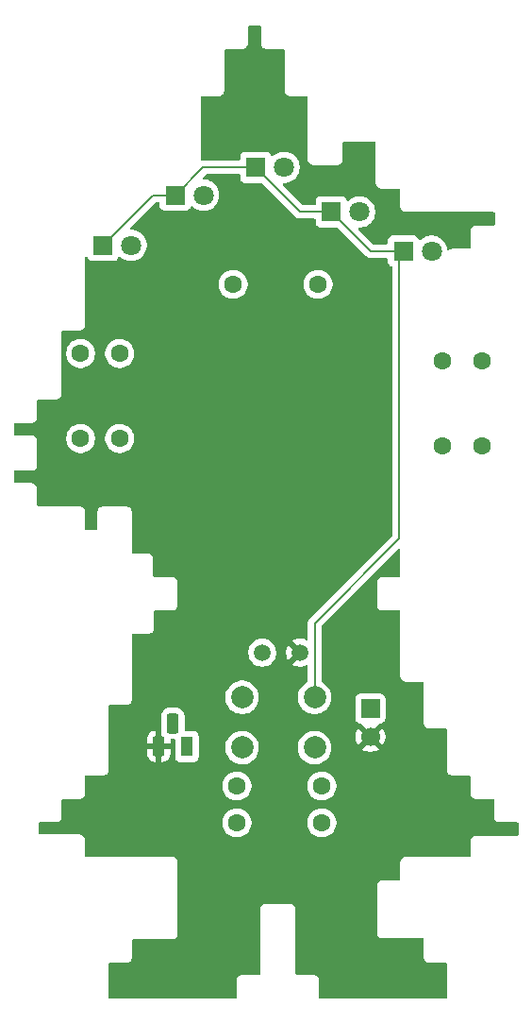
<source format=gtl>
G04 #@! TF.GenerationSoftware,KiCad,Pcbnew,9.0.2*
G04 #@! TF.CreationDate,2025-06-14T15:29:11+03:00*
G04 #@! TF.ProjectId,glowsei,676c6f77-7365-4692-9e6b-696361645f70,rev?*
G04 #@! TF.SameCoordinates,Original*
G04 #@! TF.FileFunction,Copper,L1,Top*
G04 #@! TF.FilePolarity,Positive*
%FSLAX46Y46*%
G04 Gerber Fmt 4.6, Leading zero omitted, Abs format (unit mm)*
G04 Created by KiCad (PCBNEW 9.0.2) date 2025-06-14 15:29:11*
%MOMM*%
%LPD*%
G01*
G04 APERTURE LIST*
G04 Aperture macros list*
%AMRoundRect*
0 Rectangle with rounded corners*
0 $1 Rounding radius*
0 $2 $3 $4 $5 $6 $7 $8 $9 X,Y pos of 4 corners*
0 Add a 4 corners polygon primitive as box body*
4,1,4,$2,$3,$4,$5,$6,$7,$8,$9,$2,$3,0*
0 Add four circle primitives for the rounded corners*
1,1,$1+$1,$2,$3*
1,1,$1+$1,$4,$5*
1,1,$1+$1,$6,$7*
1,1,$1+$1,$8,$9*
0 Add four rect primitives between the rounded corners*
20,1,$1+$1,$2,$3,$4,$5,0*
20,1,$1+$1,$4,$5,$6,$7,0*
20,1,$1+$1,$6,$7,$8,$9,0*
20,1,$1+$1,$8,$9,$2,$3,0*%
G04 Aperture macros list end*
G04 #@! TA.AperFunction,ComponentPad*
%ADD10R,1.800000X1.800000*%
G04 #@! TD*
G04 #@! TA.AperFunction,ComponentPad*
%ADD11C,1.800000*%
G04 #@! TD*
G04 #@! TA.AperFunction,ComponentPad*
%ADD12C,2.000000*%
G04 #@! TD*
G04 #@! TA.AperFunction,ComponentPad*
%ADD13C,1.500000*%
G04 #@! TD*
G04 #@! TA.AperFunction,ComponentPad*
%ADD14C,1.600000*%
G04 #@! TD*
G04 #@! TA.AperFunction,ComponentPad*
%ADD15R,1.100000X1.800000*%
G04 #@! TD*
G04 #@! TA.AperFunction,ComponentPad*
%ADD16RoundRect,0.275000X0.275000X0.625000X-0.275000X0.625000X-0.275000X-0.625000X0.275000X-0.625000X0*%
G04 #@! TD*
G04 #@! TA.AperFunction,ComponentPad*
%ADD17R,1.700000X1.700000*%
G04 #@! TD*
G04 #@! TA.AperFunction,ComponentPad*
%ADD18C,1.700000*%
G04 #@! TD*
G04 #@! TA.AperFunction,ViaPad*
%ADD19C,5.500000*%
G04 #@! TD*
G04 #@! TA.AperFunction,ViaPad*
%ADD20C,0.600000*%
G04 #@! TD*
G04 #@! TA.AperFunction,Conductor*
%ADD21C,0.200000*%
G04 #@! TD*
G04 APERTURE END LIST*
D10*
G04 #@! TO.P,D3,1,K*
G04 #@! TO.N,Net-(D1-K)*
X150725000Y-65500000D03*
D11*
G04 #@! TO.P,D3,2,A*
G04 #@! TO.N,Net-(D3-A)*
X153265000Y-65500000D03*
G04 #@! TD*
D12*
G04 #@! TO.P,SW1,1,1*
G04 #@! TO.N,Net-(D1-K)*
X149500000Y-113000000D03*
X156000000Y-113000000D03*
G04 #@! TO.P,SW1,2,2*
G04 #@! TO.N,Net-(M1-+)*
X149500000Y-117500000D03*
X156000000Y-117500000D03*
G04 #@! TD*
D10*
G04 #@! TO.P,D2,1,K*
G04 #@! TO.N,Net-(D1-K)*
X143500000Y-68000000D03*
D11*
G04 #@! TO.P,D2,2,A*
G04 #@! TO.N,Net-(D2-A)*
X146040000Y-68000000D03*
G04 #@! TD*
D13*
G04 #@! TO.P,R2,1*
G04 #@! TO.N,Net-(Q1-B)*
X151300000Y-109000000D03*
G04 #@! TO.P,R2,2*
G04 #@! TO.N,GND*
X154700000Y-109000000D03*
G04 #@! TD*
D10*
G04 #@! TO.P,D5,1,K*
G04 #@! TO.N,Net-(D1-K)*
X163960000Y-73000000D03*
D11*
G04 #@! TO.P,D5,2,A*
G04 #@! TO.N,Net-(D5-A)*
X166500000Y-73000000D03*
G04 #@! TD*
D10*
G04 #@! TO.P,D1,1,K*
G04 #@! TO.N,Net-(D1-K)*
X137000000Y-72500000D03*
D11*
G04 #@! TO.P,D1,2,A*
G04 #@! TO.N,Net-(D1-A)*
X139540000Y-72500000D03*
G04 #@! TD*
D10*
G04 #@! TO.P,D4,1,K*
G04 #@! TO.N,Net-(D1-K)*
X157500000Y-69500000D03*
D11*
G04 #@! TO.P,D4,2,A*
G04 #@! TO.N,Net-(D4-A)*
X160040000Y-69500000D03*
G04 #@! TD*
D14*
G04 #@! TO.P,R8,1*
G04 #@! TO.N,+3V3*
X171000000Y-90500000D03*
G04 #@! TO.P,R8,2*
G04 #@! TO.N,Net-(D5-A)*
X171000000Y-82880000D03*
G04 #@! TD*
G04 #@! TO.P,R3,1*
G04 #@! TO.N,Net-(Q1-B)*
X156650000Y-124250000D03*
G04 #@! TO.P,R3,2*
G04 #@! TO.N,+3V3*
X149030000Y-124250000D03*
G04 #@! TD*
G04 #@! TO.P,R4,1*
G04 #@! TO.N,Net-(Q1-B)*
X156650000Y-120950000D03*
G04 #@! TO.P,R4,2*
G04 #@! TO.N,+3V3*
X149030000Y-120950000D03*
G04 #@! TD*
G04 #@! TO.P,R7,1*
G04 #@! TO.N,+3V3*
X167500000Y-90500000D03*
G04 #@! TO.P,R7,2*
G04 #@! TO.N,Net-(D4-A)*
X167500000Y-82880000D03*
G04 #@! TD*
G04 #@! TO.P,R6,1*
G04 #@! TO.N,+3V3*
X148690000Y-76000000D03*
G04 #@! TO.P,R6,2*
G04 #@! TO.N,Net-(D3-A)*
X156310000Y-76000000D03*
G04 #@! TD*
G04 #@! TO.P,R5,1*
G04 #@! TO.N,+3V3*
X138500000Y-89810000D03*
G04 #@! TO.P,R5,2*
G04 #@! TO.N,Net-(D2-A)*
X138500000Y-82190000D03*
G04 #@! TD*
G04 #@! TO.P,R1,1*
G04 #@! TO.N,+3V3*
X135000000Y-89810000D03*
G04 #@! TO.P,R1,2*
G04 #@! TO.N,Net-(D1-A)*
X135000000Y-82190000D03*
G04 #@! TD*
D15*
G04 #@! TO.P,Q1,1,C*
G04 #@! TO.N,Net-(D1-K)*
X144540000Y-117400000D03*
D16*
G04 #@! TO.P,Q1,2,B*
G04 #@! TO.N,Net-(Q1-B)*
X143270000Y-115330000D03*
G04 #@! TO.P,Q1,3,E*
G04 #@! TO.N,GND*
X142000000Y-117400000D03*
G04 #@! TD*
D17*
G04 #@! TO.P,M1,1,+*
G04 #@! TO.N,Net-(M1-+)*
X161000000Y-114000000D03*
D18*
G04 #@! TO.P,M1,2,-*
G04 #@! TO.N,GND*
X161000000Y-116540000D03*
G04 #@! TD*
D19*
G04 #@! TO.N,GND*
X150600000Y-59250000D03*
D20*
X151500000Y-71500000D03*
X152500000Y-101500000D03*
X137500000Y-92500000D03*
X156000000Y-73000000D03*
X150000000Y-72500000D03*
G04 #@! TD*
D21*
G04 #@! TO.N,Net-(D1-K)*
X143500000Y-68000000D02*
X141500000Y-68000000D01*
X154725000Y-69500000D02*
X150725000Y-65500000D01*
X156000000Y-113000000D02*
X156000000Y-106367050D01*
X163599000Y-98768050D02*
X163599000Y-73361000D01*
X163960000Y-73000000D02*
X161000000Y-73000000D01*
X141500000Y-68000000D02*
X137000000Y-72500000D01*
X163599000Y-73361000D02*
X163960000Y-73000000D01*
X161000000Y-73000000D02*
X157500000Y-69500000D01*
X156000000Y-106367050D02*
X163599000Y-98768050D01*
X146000000Y-65500000D02*
X143500000Y-68000000D01*
X150725000Y-65500000D02*
X146000000Y-65500000D01*
X157500000Y-69500000D02*
X154725000Y-69500000D01*
G04 #@! TD*
G04 #@! TA.AperFunction,Conductor*
G04 #@! TO.N,GND*
G36*
X149267540Y-66120185D02*
G01*
X149313295Y-66172989D01*
X149324501Y-66224500D01*
X149324501Y-66447876D01*
X149330908Y-66507483D01*
X149381202Y-66642328D01*
X149381206Y-66642335D01*
X149467452Y-66757544D01*
X149467455Y-66757547D01*
X149582664Y-66843793D01*
X149582671Y-66843797D01*
X149717517Y-66894091D01*
X149717516Y-66894091D01*
X149724444Y-66894835D01*
X149777127Y-66900500D01*
X151224902Y-66900499D01*
X151291941Y-66920184D01*
X151312583Y-66936818D01*
X154240139Y-69864374D01*
X154240149Y-69864385D01*
X154244479Y-69868715D01*
X154244480Y-69868716D01*
X154356284Y-69980520D01*
X154443095Y-70030639D01*
X154443097Y-70030641D01*
X154493213Y-70059576D01*
X154493215Y-70059577D01*
X154645942Y-70100500D01*
X154645943Y-70100500D01*
X155975501Y-70100500D01*
X156042540Y-70120185D01*
X156088295Y-70172989D01*
X156099501Y-70224500D01*
X156099501Y-70447876D01*
X156105908Y-70507483D01*
X156156202Y-70642328D01*
X156156206Y-70642335D01*
X156242452Y-70757544D01*
X156242455Y-70757547D01*
X156357664Y-70843793D01*
X156357671Y-70843797D01*
X156492517Y-70894091D01*
X156492516Y-70894091D01*
X156499444Y-70894835D01*
X156552127Y-70900500D01*
X157999902Y-70900499D01*
X158066941Y-70920184D01*
X158087583Y-70936818D01*
X160515139Y-73364374D01*
X160515149Y-73364385D01*
X160519479Y-73368715D01*
X160519480Y-73368716D01*
X160631284Y-73480520D01*
X160631286Y-73480521D01*
X160631290Y-73480524D01*
X160752208Y-73550335D01*
X160768216Y-73559577D01*
X160880019Y-73589534D01*
X160920942Y-73600500D01*
X160920943Y-73600500D01*
X162435501Y-73600500D01*
X162502540Y-73620185D01*
X162548295Y-73672989D01*
X162559501Y-73724500D01*
X162559501Y-73947876D01*
X162565908Y-74007483D01*
X162616202Y-74142328D01*
X162616206Y-74142335D01*
X162702452Y-74257544D01*
X162702455Y-74257547D01*
X162817664Y-74343793D01*
X162817673Y-74343798D01*
X162877239Y-74366014D01*
X162917832Y-74381154D01*
X162973766Y-74423024D01*
X162998184Y-74488488D01*
X162998500Y-74497336D01*
X162998500Y-98467952D01*
X162978815Y-98534991D01*
X162962181Y-98555633D01*
X155519481Y-105998332D01*
X155519479Y-105998335D01*
X155469361Y-106085144D01*
X155469359Y-106085146D01*
X155440425Y-106135259D01*
X155440424Y-106135260D01*
X155440423Y-106135265D01*
X155399499Y-106287993D01*
X155399499Y-106287995D01*
X155399499Y-106456096D01*
X155399500Y-106456109D01*
X155399500Y-107751155D01*
X155379815Y-107818194D01*
X155327011Y-107863949D01*
X155257853Y-107873893D01*
X155219207Y-107861641D01*
X155179836Y-107841581D01*
X154992705Y-107780778D01*
X154798382Y-107750000D01*
X154601618Y-107750000D01*
X154407294Y-107780778D01*
X154220161Y-107841582D01*
X154044863Y-107930899D01*
X154044859Y-107930902D01*
X154009873Y-107956320D01*
X154009872Y-107956320D01*
X154653553Y-108600000D01*
X154647339Y-108600000D01*
X154545606Y-108627259D01*
X154454394Y-108679920D01*
X154379920Y-108754394D01*
X154327259Y-108845606D01*
X154300000Y-108947339D01*
X154300000Y-108953552D01*
X153656320Y-108309872D01*
X153656320Y-108309873D01*
X153630902Y-108344859D01*
X153630899Y-108344863D01*
X153541582Y-108520161D01*
X153480778Y-108707294D01*
X153450000Y-108901617D01*
X153450000Y-109098382D01*
X153480778Y-109292705D01*
X153541581Y-109479835D01*
X153630905Y-109655145D01*
X153656319Y-109690125D01*
X153656320Y-109690125D01*
X154300000Y-109046445D01*
X154300000Y-109052661D01*
X154327259Y-109154394D01*
X154379920Y-109245606D01*
X154454394Y-109320080D01*
X154545606Y-109372741D01*
X154647339Y-109400000D01*
X154653552Y-109400000D01*
X154009873Y-110043677D01*
X154009873Y-110043678D01*
X154044858Y-110069096D01*
X154220164Y-110158418D01*
X154407294Y-110219221D01*
X154601618Y-110250000D01*
X154798382Y-110250000D01*
X154992705Y-110219221D01*
X155179835Y-110158418D01*
X155219205Y-110138359D01*
X155287874Y-110125463D01*
X155352615Y-110151739D01*
X155392872Y-110208846D01*
X155399500Y-110248844D01*
X155399500Y-111545931D01*
X155379815Y-111612970D01*
X155331796Y-111656415D01*
X155213568Y-111716655D01*
X155079896Y-111813774D01*
X155022490Y-111855483D01*
X155022488Y-111855485D01*
X155022487Y-111855485D01*
X154855485Y-112022487D01*
X154855485Y-112022488D01*
X154855483Y-112022490D01*
X154795862Y-112104550D01*
X154716657Y-112213566D01*
X154609433Y-112424003D01*
X154536446Y-112648631D01*
X154499500Y-112881902D01*
X154499500Y-113118097D01*
X154536446Y-113351368D01*
X154609433Y-113575996D01*
X154701895Y-113757461D01*
X154716657Y-113786433D01*
X154855483Y-113977510D01*
X155022490Y-114144517D01*
X155213567Y-114283343D01*
X155312991Y-114334002D01*
X155424003Y-114390566D01*
X155424005Y-114390566D01*
X155424008Y-114390568D01*
X155544412Y-114429689D01*
X155648631Y-114463553D01*
X155881903Y-114500500D01*
X155881908Y-114500500D01*
X156118097Y-114500500D01*
X156351368Y-114463553D01*
X156575992Y-114390568D01*
X156786433Y-114283343D01*
X156977510Y-114144517D01*
X157144517Y-113977510D01*
X157283343Y-113786433D01*
X157390568Y-113575992D01*
X157463553Y-113351368D01*
X157477091Y-113265891D01*
X157500500Y-113118097D01*
X157500500Y-113102135D01*
X159649500Y-113102135D01*
X159649500Y-114897870D01*
X159649501Y-114897876D01*
X159655908Y-114957483D01*
X159706202Y-115092328D01*
X159706206Y-115092335D01*
X159792452Y-115207544D01*
X159792455Y-115207547D01*
X159907664Y-115293793D01*
X159907671Y-115293797D01*
X159952618Y-115310561D01*
X160042517Y-115344091D01*
X160102127Y-115350500D01*
X160112685Y-115350499D01*
X160179723Y-115370179D01*
X160200372Y-115386818D01*
X160870591Y-116057037D01*
X160807007Y-116074075D01*
X160692993Y-116139901D01*
X160599901Y-116232993D01*
X160534075Y-116347007D01*
X160517037Y-116410591D01*
X159884728Y-115778282D01*
X159884727Y-115778282D01*
X159845380Y-115832439D01*
X159748904Y-116021782D01*
X159683242Y-116223869D01*
X159683242Y-116223872D01*
X159650000Y-116433753D01*
X159650000Y-116646246D01*
X159683242Y-116856127D01*
X159683242Y-116856130D01*
X159748904Y-117058217D01*
X159845375Y-117247550D01*
X159884728Y-117301716D01*
X160517036Y-116669407D01*
X160534075Y-116732993D01*
X160599901Y-116847007D01*
X160692993Y-116940099D01*
X160807007Y-117005925D01*
X160870590Y-117022962D01*
X160238282Y-117655269D01*
X160238282Y-117655270D01*
X160292449Y-117694624D01*
X160481782Y-117791095D01*
X160683870Y-117856757D01*
X160893754Y-117890000D01*
X161106246Y-117890000D01*
X161316127Y-117856757D01*
X161316130Y-117856757D01*
X161518217Y-117791095D01*
X161707554Y-117694622D01*
X161761716Y-117655270D01*
X161761717Y-117655270D01*
X161129408Y-117022962D01*
X161192993Y-117005925D01*
X161307007Y-116940099D01*
X161400099Y-116847007D01*
X161465925Y-116732993D01*
X161482962Y-116669408D01*
X162115270Y-117301717D01*
X162115270Y-117301716D01*
X162154622Y-117247554D01*
X162251095Y-117058217D01*
X162316757Y-116856130D01*
X162316757Y-116856127D01*
X162350000Y-116646246D01*
X162350000Y-116433753D01*
X162316757Y-116223872D01*
X162316757Y-116223869D01*
X162251095Y-116021782D01*
X162154624Y-115832449D01*
X162115270Y-115778282D01*
X162115269Y-115778282D01*
X161482962Y-116410590D01*
X161465925Y-116347007D01*
X161400099Y-116232993D01*
X161307007Y-116139901D01*
X161192993Y-116074075D01*
X161129409Y-116057037D01*
X161799627Y-115386818D01*
X161860950Y-115353333D01*
X161887307Y-115350499D01*
X161897872Y-115350499D01*
X161957483Y-115344091D01*
X162092331Y-115293796D01*
X162207546Y-115207546D01*
X162293796Y-115092331D01*
X162344091Y-114957483D01*
X162350500Y-114897873D01*
X162350499Y-113102128D01*
X162344091Y-113042517D01*
X162293796Y-112907669D01*
X162293795Y-112907668D01*
X162293793Y-112907664D01*
X162207547Y-112792455D01*
X162207544Y-112792452D01*
X162092335Y-112706206D01*
X162092328Y-112706202D01*
X161957482Y-112655908D01*
X161957483Y-112655908D01*
X161897883Y-112649501D01*
X161897881Y-112649500D01*
X161897873Y-112649500D01*
X161897864Y-112649500D01*
X160102129Y-112649500D01*
X160102123Y-112649501D01*
X160042516Y-112655908D01*
X159907671Y-112706202D01*
X159907664Y-112706206D01*
X159792455Y-112792452D01*
X159792452Y-112792455D01*
X159706206Y-112907664D01*
X159706202Y-112907671D01*
X159655908Y-113042517D01*
X159649501Y-113102116D01*
X159649501Y-113102123D01*
X159649500Y-113102135D01*
X157500500Y-113102135D01*
X157500500Y-112881902D01*
X157463553Y-112648631D01*
X157390566Y-112424003D01*
X157283342Y-112213566D01*
X157144517Y-112022490D01*
X156977510Y-111855483D01*
X156881971Y-111786070D01*
X156786431Y-111716655D01*
X156668204Y-111656415D01*
X156617409Y-111608441D01*
X156600500Y-111545931D01*
X156600500Y-106667147D01*
X156620185Y-106600108D01*
X156636819Y-106579466D01*
X163487819Y-99728466D01*
X163549142Y-99694981D01*
X163618834Y-99699965D01*
X163674767Y-99741837D01*
X163699184Y-99807301D01*
X163699500Y-99816147D01*
X163699500Y-102075500D01*
X163679815Y-102142539D01*
X163627011Y-102188294D01*
X163575500Y-102199500D01*
X162034108Y-102199500D01*
X161906812Y-102233608D01*
X161792686Y-102299500D01*
X161792683Y-102299502D01*
X161699502Y-102392683D01*
X161699500Y-102392686D01*
X161633608Y-102506812D01*
X161599500Y-102634108D01*
X161599500Y-104765891D01*
X161633608Y-104893187D01*
X161666554Y-104950250D01*
X161699500Y-105007314D01*
X161792686Y-105100500D01*
X161906814Y-105166392D01*
X162034108Y-105200500D01*
X162165892Y-105200500D01*
X163575500Y-105200500D01*
X163642539Y-105220185D01*
X163688294Y-105272989D01*
X163699500Y-105324500D01*
X163699500Y-111165891D01*
X163733608Y-111293187D01*
X163766554Y-111350250D01*
X163799500Y-111407314D01*
X163892686Y-111500500D01*
X164006814Y-111566392D01*
X164134108Y-111600500D01*
X165675500Y-111600500D01*
X165742539Y-111620185D01*
X165788294Y-111672989D01*
X165799500Y-111724500D01*
X165799500Y-115365891D01*
X165833608Y-115493187D01*
X165866554Y-115550250D01*
X165899500Y-115607314D01*
X165992686Y-115700500D01*
X166106814Y-115766392D01*
X166234108Y-115800500D01*
X166365892Y-115800500D01*
X167775500Y-115800500D01*
X167842539Y-115820185D01*
X167888294Y-115872989D01*
X167899500Y-115924500D01*
X167899500Y-119565891D01*
X167933608Y-119693187D01*
X167963396Y-119744780D01*
X167999500Y-119807314D01*
X168092686Y-119900500D01*
X168206814Y-119966392D01*
X168334108Y-120000500D01*
X168465892Y-120000500D01*
X169875500Y-120000500D01*
X169942539Y-120020185D01*
X169988294Y-120072989D01*
X169999500Y-120124500D01*
X169999500Y-121665891D01*
X170033608Y-121793187D01*
X170035936Y-121797219D01*
X170099500Y-121907314D01*
X170192686Y-122000500D01*
X170306814Y-122066392D01*
X170434108Y-122100500D01*
X171975500Y-122100500D01*
X172042539Y-122120185D01*
X172088294Y-122172989D01*
X172099500Y-122224500D01*
X172099500Y-123765891D01*
X172133608Y-123893187D01*
X172163791Y-123945465D01*
X172199500Y-124007314D01*
X172292686Y-124100500D01*
X172406814Y-124166392D01*
X172534108Y-124200500D01*
X172665892Y-124200500D01*
X174175500Y-124200500D01*
X174242539Y-124220185D01*
X174288294Y-124272989D01*
X174299500Y-124324500D01*
X174299500Y-125275500D01*
X174279815Y-125342539D01*
X174227011Y-125388294D01*
X174175500Y-125399500D01*
X170434108Y-125399500D01*
X170306812Y-125433608D01*
X170192686Y-125499500D01*
X170192683Y-125499502D01*
X170099502Y-125592683D01*
X170099500Y-125592686D01*
X170033608Y-125706812D01*
X169999500Y-125834108D01*
X169999500Y-127175500D01*
X169979815Y-127242539D01*
X169927011Y-127288294D01*
X169875500Y-127299500D01*
X164134108Y-127299500D01*
X164006812Y-127333608D01*
X163892686Y-127399500D01*
X163892683Y-127399502D01*
X163799502Y-127492683D01*
X163799500Y-127492686D01*
X163733608Y-127606812D01*
X163699500Y-127734108D01*
X163699500Y-129275500D01*
X163679815Y-129342539D01*
X163627011Y-129388294D01*
X163575500Y-129399500D01*
X162034108Y-129399500D01*
X161906812Y-129433608D01*
X161792686Y-129499500D01*
X161792683Y-129499502D01*
X161699502Y-129592683D01*
X161699500Y-129592686D01*
X161633608Y-129706812D01*
X161599500Y-129834108D01*
X161599500Y-134165891D01*
X161633608Y-134293187D01*
X161666554Y-134350250D01*
X161699500Y-134407314D01*
X161792686Y-134500500D01*
X161906814Y-134566392D01*
X162034108Y-134600500D01*
X162165892Y-134600500D01*
X165675500Y-134600500D01*
X165742539Y-134620185D01*
X165788294Y-134672989D01*
X165799500Y-134724500D01*
X165799500Y-136365891D01*
X165833608Y-136493187D01*
X165866554Y-136550250D01*
X165899500Y-136607314D01*
X165992686Y-136700500D01*
X166106814Y-136766392D01*
X166234108Y-136800500D01*
X166365892Y-136800500D01*
X167775500Y-136800500D01*
X167842539Y-136820185D01*
X167888294Y-136872989D01*
X167899500Y-136924500D01*
X167899500Y-139875500D01*
X167879815Y-139942539D01*
X167827011Y-139988294D01*
X167775500Y-139999500D01*
X156524500Y-139999500D01*
X156457461Y-139979815D01*
X156411706Y-139927011D01*
X156400500Y-139875500D01*
X156400500Y-138334110D01*
X156400500Y-138334108D01*
X156366392Y-138206814D01*
X156300500Y-138092686D01*
X156207314Y-137999500D01*
X156150250Y-137966554D01*
X156093187Y-137933608D01*
X156029539Y-137916554D01*
X155965892Y-137899500D01*
X155965891Y-137899500D01*
X154424500Y-137899500D01*
X154357461Y-137879815D01*
X154311706Y-137827011D01*
X154300500Y-137775500D01*
X154300500Y-131934110D01*
X154300500Y-131934108D01*
X154266392Y-131806814D01*
X154200500Y-131692686D01*
X154107314Y-131599500D01*
X154050250Y-131566554D01*
X153993187Y-131533608D01*
X153929539Y-131516554D01*
X153865892Y-131499500D01*
X151665892Y-131499500D01*
X151534108Y-131499500D01*
X151406812Y-131533608D01*
X151292686Y-131599500D01*
X151292683Y-131599502D01*
X151199502Y-131692683D01*
X151199500Y-131692686D01*
X151133608Y-131806812D01*
X151099500Y-131934108D01*
X151099500Y-137775500D01*
X151079815Y-137842539D01*
X151027011Y-137888294D01*
X150975500Y-137899500D01*
X149434108Y-137899500D01*
X149306812Y-137933608D01*
X149192686Y-137999500D01*
X149192683Y-137999502D01*
X149099502Y-138092683D01*
X149099500Y-138092686D01*
X149033608Y-138206812D01*
X148999500Y-138334108D01*
X148999500Y-139875500D01*
X148979815Y-139942539D01*
X148927011Y-139988294D01*
X148875500Y-139999500D01*
X137624500Y-139999500D01*
X137557461Y-139979815D01*
X137511706Y-139927011D01*
X137500500Y-139875500D01*
X137500500Y-136924500D01*
X137520185Y-136857461D01*
X137572989Y-136811706D01*
X137624500Y-136800500D01*
X139165890Y-136800500D01*
X139165892Y-136800500D01*
X139293186Y-136766392D01*
X139407314Y-136700500D01*
X139500500Y-136607314D01*
X139566392Y-136493186D01*
X139600500Y-136365892D01*
X139600500Y-134824500D01*
X139620185Y-134757461D01*
X139672989Y-134711706D01*
X139724500Y-134700500D01*
X143265890Y-134700500D01*
X143265892Y-134700500D01*
X143393186Y-134666392D01*
X143507314Y-134600500D01*
X143600500Y-134507314D01*
X143666392Y-134393186D01*
X143700500Y-134265892D01*
X143700500Y-127734108D01*
X143666392Y-127606814D01*
X143600500Y-127492686D01*
X143507314Y-127399500D01*
X143450250Y-127366554D01*
X143393187Y-127333608D01*
X143329539Y-127316554D01*
X143265892Y-127299500D01*
X143265891Y-127299500D01*
X135524500Y-127299500D01*
X135457461Y-127279815D01*
X135411706Y-127227011D01*
X135400500Y-127175500D01*
X135400500Y-125734110D01*
X135400500Y-125734108D01*
X135366392Y-125606814D01*
X135300500Y-125492686D01*
X135207314Y-125399500D01*
X135142854Y-125362284D01*
X135093187Y-125333608D01*
X135029539Y-125316554D01*
X134965892Y-125299500D01*
X134965891Y-125299500D01*
X131324500Y-125299500D01*
X131257461Y-125279815D01*
X131211706Y-125227011D01*
X131200500Y-125175500D01*
X131200500Y-124324500D01*
X131220185Y-124257461D01*
X131272989Y-124211706D01*
X131324500Y-124200500D01*
X132865890Y-124200500D01*
X132865892Y-124200500D01*
X132993186Y-124166392D01*
X133025651Y-124147648D01*
X147729500Y-124147648D01*
X147729500Y-124352351D01*
X147761522Y-124554534D01*
X147824781Y-124749223D01*
X147917715Y-124931613D01*
X148038028Y-125097213D01*
X148182786Y-125241971D01*
X148308916Y-125333608D01*
X148348390Y-125362287D01*
X148464607Y-125421503D01*
X148530776Y-125455218D01*
X148530778Y-125455218D01*
X148530781Y-125455220D01*
X148635137Y-125489127D01*
X148725465Y-125518477D01*
X148826557Y-125534488D01*
X148927648Y-125550500D01*
X148927649Y-125550500D01*
X149132351Y-125550500D01*
X149132352Y-125550500D01*
X149334534Y-125518477D01*
X149529219Y-125455220D01*
X149711610Y-125362287D01*
X149831063Y-125275500D01*
X149877213Y-125241971D01*
X149877215Y-125241968D01*
X149877219Y-125241966D01*
X150021966Y-125097219D01*
X150021968Y-125097215D01*
X150021971Y-125097213D01*
X150074732Y-125024590D01*
X150142287Y-124931610D01*
X150235220Y-124749219D01*
X150298477Y-124554534D01*
X150330500Y-124352352D01*
X150330500Y-124147648D01*
X155349500Y-124147648D01*
X155349500Y-124352351D01*
X155381522Y-124554534D01*
X155444781Y-124749223D01*
X155537715Y-124931613D01*
X155658028Y-125097213D01*
X155802786Y-125241971D01*
X155928916Y-125333608D01*
X155968390Y-125362287D01*
X156084607Y-125421503D01*
X156150776Y-125455218D01*
X156150778Y-125455218D01*
X156150781Y-125455220D01*
X156255137Y-125489127D01*
X156345465Y-125518477D01*
X156446557Y-125534488D01*
X156547648Y-125550500D01*
X156547649Y-125550500D01*
X156752351Y-125550500D01*
X156752352Y-125550500D01*
X156954534Y-125518477D01*
X157149219Y-125455220D01*
X157331610Y-125362287D01*
X157451063Y-125275500D01*
X157497213Y-125241971D01*
X157497215Y-125241968D01*
X157497219Y-125241966D01*
X157641966Y-125097219D01*
X157641968Y-125097215D01*
X157641971Y-125097213D01*
X157694732Y-125024590D01*
X157762287Y-124931610D01*
X157855220Y-124749219D01*
X157918477Y-124554534D01*
X157950500Y-124352352D01*
X157950500Y-124147648D01*
X157918477Y-123945466D01*
X157855220Y-123750781D01*
X157855218Y-123750778D01*
X157855218Y-123750776D01*
X157795772Y-123634108D01*
X157762287Y-123568390D01*
X157717550Y-123506814D01*
X157641971Y-123402786D01*
X157497213Y-123258028D01*
X157331613Y-123137715D01*
X157331612Y-123137714D01*
X157331610Y-123137713D01*
X157274653Y-123108691D01*
X157149223Y-123044781D01*
X156954534Y-122981522D01*
X156779995Y-122953878D01*
X156752352Y-122949500D01*
X156547648Y-122949500D01*
X156523329Y-122953351D01*
X156345465Y-122981522D01*
X156150776Y-123044781D01*
X155968386Y-123137715D01*
X155802786Y-123258028D01*
X155658028Y-123402786D01*
X155537715Y-123568386D01*
X155444781Y-123750776D01*
X155381522Y-123945465D01*
X155349500Y-124147648D01*
X150330500Y-124147648D01*
X150298477Y-123945466D01*
X150235220Y-123750781D01*
X150235218Y-123750778D01*
X150235218Y-123750776D01*
X150175772Y-123634108D01*
X150142287Y-123568390D01*
X150097550Y-123506814D01*
X150021971Y-123402786D01*
X149877213Y-123258028D01*
X149711613Y-123137715D01*
X149711612Y-123137714D01*
X149711610Y-123137713D01*
X149654653Y-123108691D01*
X149529223Y-123044781D01*
X149334534Y-122981522D01*
X149159995Y-122953878D01*
X149132352Y-122949500D01*
X148927648Y-122949500D01*
X148903329Y-122953351D01*
X148725465Y-122981522D01*
X148530776Y-123044781D01*
X148348386Y-123137715D01*
X148182786Y-123258028D01*
X148038028Y-123402786D01*
X147917715Y-123568386D01*
X147824781Y-123750776D01*
X147761522Y-123945465D01*
X147729500Y-124147648D01*
X133025651Y-124147648D01*
X133107314Y-124100500D01*
X133200500Y-124007314D01*
X133266392Y-123893186D01*
X133300500Y-123765892D01*
X133300500Y-122224500D01*
X133320185Y-122157461D01*
X133372989Y-122111706D01*
X133424500Y-122100500D01*
X134965890Y-122100500D01*
X134965892Y-122100500D01*
X135093186Y-122066392D01*
X135207314Y-122000500D01*
X135300500Y-121907314D01*
X135366392Y-121793186D01*
X135400500Y-121665892D01*
X135400500Y-120847648D01*
X147729500Y-120847648D01*
X147729500Y-121052351D01*
X147761522Y-121254534D01*
X147824781Y-121449223D01*
X147917715Y-121631613D01*
X148038028Y-121797213D01*
X148182786Y-121941971D01*
X148337749Y-122054556D01*
X148348390Y-122062287D01*
X148445380Y-122111706D01*
X148530776Y-122155218D01*
X148530778Y-122155218D01*
X148530781Y-122155220D01*
X148635137Y-122189127D01*
X148725465Y-122218477D01*
X148826557Y-122234488D01*
X148927648Y-122250500D01*
X148927649Y-122250500D01*
X149132351Y-122250500D01*
X149132352Y-122250500D01*
X149334534Y-122218477D01*
X149529219Y-122155220D01*
X149711610Y-122062287D01*
X149804590Y-121994732D01*
X149877213Y-121941971D01*
X149877215Y-121941968D01*
X149877219Y-121941966D01*
X150021966Y-121797219D01*
X150021968Y-121797215D01*
X150021971Y-121797213D01*
X150074732Y-121724590D01*
X150142287Y-121631610D01*
X150235220Y-121449219D01*
X150298477Y-121254534D01*
X150330500Y-121052352D01*
X150330500Y-120847648D01*
X155349500Y-120847648D01*
X155349500Y-121052351D01*
X155381522Y-121254534D01*
X155444781Y-121449223D01*
X155537715Y-121631613D01*
X155658028Y-121797213D01*
X155802786Y-121941971D01*
X155957749Y-122054556D01*
X155968390Y-122062287D01*
X156065380Y-122111706D01*
X156150776Y-122155218D01*
X156150778Y-122155218D01*
X156150781Y-122155220D01*
X156255137Y-122189127D01*
X156345465Y-122218477D01*
X156446557Y-122234488D01*
X156547648Y-122250500D01*
X156547649Y-122250500D01*
X156752351Y-122250500D01*
X156752352Y-122250500D01*
X156954534Y-122218477D01*
X157149219Y-122155220D01*
X157331610Y-122062287D01*
X157424590Y-121994732D01*
X157497213Y-121941971D01*
X157497215Y-121941968D01*
X157497219Y-121941966D01*
X157641966Y-121797219D01*
X157641968Y-121797215D01*
X157641971Y-121797213D01*
X157694732Y-121724590D01*
X157762287Y-121631610D01*
X157855220Y-121449219D01*
X157918477Y-121254534D01*
X157950500Y-121052352D01*
X157950500Y-120847648D01*
X157918477Y-120645466D01*
X157855220Y-120450781D01*
X157855218Y-120450778D01*
X157855218Y-120450776D01*
X157821503Y-120384607D01*
X157762287Y-120268390D01*
X157754556Y-120257749D01*
X157641971Y-120102786D01*
X157497213Y-119958028D01*
X157331613Y-119837715D01*
X157331612Y-119837714D01*
X157331610Y-119837713D01*
X157271947Y-119807313D01*
X157149223Y-119744781D01*
X156954534Y-119681522D01*
X156779995Y-119653878D01*
X156752352Y-119649500D01*
X156547648Y-119649500D01*
X156523329Y-119653351D01*
X156345465Y-119681522D01*
X156150776Y-119744781D01*
X155968386Y-119837715D01*
X155802786Y-119958028D01*
X155658028Y-120102786D01*
X155537715Y-120268386D01*
X155444781Y-120450776D01*
X155381522Y-120645465D01*
X155349500Y-120847648D01*
X150330500Y-120847648D01*
X150298477Y-120645466D01*
X150235220Y-120450781D01*
X150235218Y-120450778D01*
X150235218Y-120450776D01*
X150201503Y-120384607D01*
X150142287Y-120268390D01*
X150134556Y-120257749D01*
X150021971Y-120102786D01*
X149877213Y-119958028D01*
X149711613Y-119837715D01*
X149711612Y-119837714D01*
X149711610Y-119837713D01*
X149651947Y-119807313D01*
X149529223Y-119744781D01*
X149334534Y-119681522D01*
X149159995Y-119653878D01*
X149132352Y-119649500D01*
X148927648Y-119649500D01*
X148903329Y-119653351D01*
X148725465Y-119681522D01*
X148530776Y-119744781D01*
X148348386Y-119837715D01*
X148182786Y-119958028D01*
X148038028Y-120102786D01*
X147917715Y-120268386D01*
X147824781Y-120450776D01*
X147761522Y-120645465D01*
X147729500Y-120847648D01*
X135400500Y-120847648D01*
X135400500Y-120124500D01*
X135420185Y-120057461D01*
X135472989Y-120011706D01*
X135524500Y-120000500D01*
X137065890Y-120000500D01*
X137065892Y-120000500D01*
X137193186Y-119966392D01*
X137307314Y-119900500D01*
X137400500Y-119807314D01*
X137466392Y-119693186D01*
X137500500Y-119565892D01*
X137500500Y-118068530D01*
X140950000Y-118068530D01*
X140964648Y-118198539D01*
X141022330Y-118363386D01*
X141115246Y-118511262D01*
X141238737Y-118634753D01*
X141386613Y-118727669D01*
X141551460Y-118785351D01*
X141681469Y-118799999D01*
X141681473Y-118800000D01*
X141750000Y-118800000D01*
X142250000Y-118800000D01*
X142318527Y-118800000D01*
X142318530Y-118799999D01*
X142448539Y-118785351D01*
X142613386Y-118727669D01*
X142761262Y-118634753D01*
X142884753Y-118511262D01*
X142977669Y-118363386D01*
X143035351Y-118198539D01*
X143049999Y-118068530D01*
X143050000Y-118068526D01*
X143050000Y-117650000D01*
X142250000Y-117650000D01*
X142250000Y-118800000D01*
X141750000Y-118800000D01*
X141750000Y-117650000D01*
X140950000Y-117650000D01*
X140950000Y-118068530D01*
X137500500Y-118068530D01*
X137500500Y-116731469D01*
X140950000Y-116731469D01*
X140950000Y-117150000D01*
X141653590Y-117150000D01*
X141699925Y-117230255D01*
X141769745Y-117300075D01*
X141855255Y-117349444D01*
X141950630Y-117375000D01*
X142049370Y-117375000D01*
X142144745Y-117349444D01*
X142230255Y-117300075D01*
X142300075Y-117230255D01*
X142346410Y-117150000D01*
X143050000Y-117150000D01*
X143050000Y-116854500D01*
X143052550Y-116845814D01*
X143051262Y-116836853D01*
X143062240Y-116812812D01*
X143069685Y-116787461D01*
X143076525Y-116781533D01*
X143080287Y-116773297D01*
X143102521Y-116759007D01*
X143122489Y-116741706D01*
X143133003Y-116739418D01*
X143139065Y-116735523D01*
X143174000Y-116730500D01*
X143365500Y-116730500D01*
X143432539Y-116750185D01*
X143478294Y-116802989D01*
X143489500Y-116854500D01*
X143489500Y-118347870D01*
X143489501Y-118347876D01*
X143495908Y-118407483D01*
X143546202Y-118542328D01*
X143546206Y-118542335D01*
X143632452Y-118657544D01*
X143632455Y-118657547D01*
X143747664Y-118743793D01*
X143747671Y-118743797D01*
X143882517Y-118794091D01*
X143882516Y-118794091D01*
X143889444Y-118794835D01*
X143942127Y-118800500D01*
X145137872Y-118800499D01*
X145197483Y-118794091D01*
X145332331Y-118743796D01*
X145447546Y-118657546D01*
X145533796Y-118542331D01*
X145584091Y-118407483D01*
X145590500Y-118347873D01*
X145590499Y-117381902D01*
X147999500Y-117381902D01*
X147999500Y-117618097D01*
X148036446Y-117851368D01*
X148109433Y-118075996D01*
X148216657Y-118286433D01*
X148355483Y-118477510D01*
X148522490Y-118644517D01*
X148713567Y-118783343D01*
X148747236Y-118800498D01*
X148924003Y-118890566D01*
X148924005Y-118890566D01*
X148924008Y-118890568D01*
X149044412Y-118929689D01*
X149148631Y-118963553D01*
X149381903Y-119000500D01*
X149381908Y-119000500D01*
X149618097Y-119000500D01*
X149851368Y-118963553D01*
X150075992Y-118890568D01*
X150286433Y-118783343D01*
X150477510Y-118644517D01*
X150644517Y-118477510D01*
X150783343Y-118286433D01*
X150890568Y-118075992D01*
X150963553Y-117851368D01*
X150994612Y-117655269D01*
X151000500Y-117618097D01*
X151000500Y-117381902D01*
X154499500Y-117381902D01*
X154499500Y-117618097D01*
X154536446Y-117851368D01*
X154609433Y-118075996D01*
X154716657Y-118286433D01*
X154855483Y-118477510D01*
X155022490Y-118644517D01*
X155213567Y-118783343D01*
X155247236Y-118800498D01*
X155424003Y-118890566D01*
X155424005Y-118890566D01*
X155424008Y-118890568D01*
X155544412Y-118929689D01*
X155648631Y-118963553D01*
X155881903Y-119000500D01*
X155881908Y-119000500D01*
X156118097Y-119000500D01*
X156351368Y-118963553D01*
X156575992Y-118890568D01*
X156786433Y-118783343D01*
X156977510Y-118644517D01*
X157144517Y-118477510D01*
X157283343Y-118286433D01*
X157390568Y-118075992D01*
X157463553Y-117851368D01*
X157494612Y-117655269D01*
X157500500Y-117618097D01*
X157500500Y-117381902D01*
X157463553Y-117148631D01*
X157428256Y-117040000D01*
X157390568Y-116924008D01*
X157390566Y-116924005D01*
X157390566Y-116924003D01*
X157306496Y-116759007D01*
X157283343Y-116713567D01*
X157144517Y-116522490D01*
X156977510Y-116355483D01*
X156786433Y-116216657D01*
X156727141Y-116186446D01*
X156575996Y-116109433D01*
X156351368Y-116036446D01*
X156118097Y-115999500D01*
X156118092Y-115999500D01*
X155881908Y-115999500D01*
X155881903Y-115999500D01*
X155648631Y-116036446D01*
X155424003Y-116109433D01*
X155213566Y-116216657D01*
X155157119Y-116257669D01*
X155022490Y-116355483D01*
X155022488Y-116355485D01*
X155022487Y-116355485D01*
X154855485Y-116522487D01*
X154855485Y-116522488D01*
X154855483Y-116522490D01*
X154824491Y-116565147D01*
X154716657Y-116713566D01*
X154609433Y-116924003D01*
X154536446Y-117148631D01*
X154499500Y-117381902D01*
X151000500Y-117381902D01*
X150963553Y-117148631D01*
X150928256Y-117040000D01*
X150890568Y-116924008D01*
X150890566Y-116924005D01*
X150890566Y-116924003D01*
X150806496Y-116759007D01*
X150783343Y-116713567D01*
X150644517Y-116522490D01*
X150477510Y-116355483D01*
X150286433Y-116216657D01*
X150227141Y-116186446D01*
X150075996Y-116109433D01*
X149851368Y-116036446D01*
X149618097Y-115999500D01*
X149618092Y-115999500D01*
X149381908Y-115999500D01*
X149381903Y-115999500D01*
X149148631Y-116036446D01*
X148924003Y-116109433D01*
X148713566Y-116216657D01*
X148657119Y-116257669D01*
X148522490Y-116355483D01*
X148522488Y-116355485D01*
X148522487Y-116355485D01*
X148355485Y-116522487D01*
X148355485Y-116522488D01*
X148355483Y-116522490D01*
X148324491Y-116565147D01*
X148216657Y-116713566D01*
X148109433Y-116924003D01*
X148036446Y-117148631D01*
X147999500Y-117381902D01*
X145590499Y-117381902D01*
X145590499Y-116452128D01*
X145584091Y-116392517D01*
X145570278Y-116355483D01*
X145533797Y-116257671D01*
X145533793Y-116257664D01*
X145447547Y-116142455D01*
X145447544Y-116142452D01*
X145332335Y-116056206D01*
X145332328Y-116056202D01*
X145197482Y-116005908D01*
X145197483Y-116005908D01*
X145137883Y-115999501D01*
X145137881Y-115999500D01*
X145137873Y-115999500D01*
X145137865Y-115999500D01*
X144444500Y-115999500D01*
X144377461Y-115979815D01*
X144331706Y-115927011D01*
X144320500Y-115875500D01*
X144320500Y-114661445D01*
X144320499Y-114661441D01*
X144305842Y-114531351D01*
X144305841Y-114531349D01*
X144305841Y-114531343D01*
X144248122Y-114366394D01*
X144155147Y-114218424D01*
X144031576Y-114094853D01*
X143883606Y-114001878D01*
X143883605Y-114001877D01*
X143883604Y-114001877D01*
X143718658Y-113944159D01*
X143718648Y-113944157D01*
X143588558Y-113929500D01*
X143588552Y-113929500D01*
X142951448Y-113929500D01*
X142951441Y-113929500D01*
X142821351Y-113944157D01*
X142821341Y-113944159D01*
X142656395Y-114001877D01*
X142508423Y-114094853D01*
X142384853Y-114218423D01*
X142291877Y-114366395D01*
X142234159Y-114531341D01*
X142234157Y-114531351D01*
X142219500Y-114661441D01*
X142219500Y-115998558D01*
X142234157Y-116128648D01*
X142234158Y-116128655D01*
X142234159Y-116128657D01*
X142243041Y-116154041D01*
X142250000Y-116194994D01*
X142250000Y-116719670D01*
X142230255Y-116699925D01*
X142144745Y-116650556D01*
X142049370Y-116625000D01*
X141950630Y-116625000D01*
X141855255Y-116650556D01*
X141769745Y-116699925D01*
X141750000Y-116719670D01*
X141750000Y-116000000D01*
X141681469Y-116000000D01*
X141551460Y-116014648D01*
X141386613Y-116072330D01*
X141238737Y-116165246D01*
X141115246Y-116288737D01*
X141022330Y-116436613D01*
X140964648Y-116601460D01*
X140950000Y-116731469D01*
X137500500Y-116731469D01*
X137500500Y-113824500D01*
X137520185Y-113757461D01*
X137572989Y-113711706D01*
X137624500Y-113700500D01*
X139165890Y-113700500D01*
X139165892Y-113700500D01*
X139293186Y-113666392D01*
X139407314Y-113600500D01*
X139500500Y-113507314D01*
X139566392Y-113393186D01*
X139600500Y-113265892D01*
X139600500Y-112881902D01*
X147999500Y-112881902D01*
X147999500Y-113118097D01*
X148036446Y-113351368D01*
X148109433Y-113575996D01*
X148201895Y-113757461D01*
X148216657Y-113786433D01*
X148355483Y-113977510D01*
X148522490Y-114144517D01*
X148713567Y-114283343D01*
X148812991Y-114334002D01*
X148924003Y-114390566D01*
X148924005Y-114390566D01*
X148924008Y-114390568D01*
X149044412Y-114429689D01*
X149148631Y-114463553D01*
X149381903Y-114500500D01*
X149381908Y-114500500D01*
X149618097Y-114500500D01*
X149851368Y-114463553D01*
X150075992Y-114390568D01*
X150286433Y-114283343D01*
X150477510Y-114144517D01*
X150644517Y-113977510D01*
X150783343Y-113786433D01*
X150890568Y-113575992D01*
X150963553Y-113351368D01*
X150977091Y-113265891D01*
X151000500Y-113118097D01*
X151000500Y-112881902D01*
X150963553Y-112648631D01*
X150890566Y-112424003D01*
X150783342Y-112213566D01*
X150644517Y-112022490D01*
X150477510Y-111855483D01*
X150286433Y-111716657D01*
X150286429Y-111716655D01*
X150075996Y-111609433D01*
X149851368Y-111536446D01*
X149618097Y-111499500D01*
X149618092Y-111499500D01*
X149381908Y-111499500D01*
X149381903Y-111499500D01*
X149148631Y-111536446D01*
X148924003Y-111609433D01*
X148713566Y-111716657D01*
X148604550Y-111795862D01*
X148522490Y-111855483D01*
X148522488Y-111855485D01*
X148522487Y-111855485D01*
X148355485Y-112022487D01*
X148355485Y-112022488D01*
X148355483Y-112022490D01*
X148295862Y-112104550D01*
X148216657Y-112213566D01*
X148109433Y-112424003D01*
X148036446Y-112648631D01*
X147999500Y-112881902D01*
X139600500Y-112881902D01*
X139600500Y-108901577D01*
X150049500Y-108901577D01*
X150049500Y-109098422D01*
X150080290Y-109292826D01*
X150141117Y-109480029D01*
X150230344Y-109655145D01*
X150230476Y-109655405D01*
X150346172Y-109814646D01*
X150485354Y-109953828D01*
X150644595Y-110069524D01*
X150727455Y-110111743D01*
X150819970Y-110158882D01*
X150819972Y-110158882D01*
X150819975Y-110158884D01*
X150920317Y-110191487D01*
X151007173Y-110219709D01*
X151201578Y-110250500D01*
X151201583Y-110250500D01*
X151398422Y-110250500D01*
X151592826Y-110219709D01*
X151594328Y-110219221D01*
X151780025Y-110158884D01*
X151955405Y-110069524D01*
X152114646Y-109953828D01*
X152253828Y-109814646D01*
X152369524Y-109655405D01*
X152458884Y-109480025D01*
X152519709Y-109292826D01*
X152531226Y-109220110D01*
X152550500Y-109098422D01*
X152550500Y-108901577D01*
X152519709Y-108707173D01*
X152458882Y-108519970D01*
X152411743Y-108427455D01*
X152369524Y-108344595D01*
X152253828Y-108185354D01*
X152114646Y-108046172D01*
X151955405Y-107930476D01*
X151780029Y-107841117D01*
X151592826Y-107780290D01*
X151398422Y-107749500D01*
X151398417Y-107749500D01*
X151201583Y-107749500D01*
X151201578Y-107749500D01*
X151007173Y-107780290D01*
X150819970Y-107841117D01*
X150644594Y-107930476D01*
X150553741Y-107996485D01*
X150485354Y-108046172D01*
X150485352Y-108046174D01*
X150485351Y-108046174D01*
X150346174Y-108185351D01*
X150346174Y-108185352D01*
X150346172Y-108185354D01*
X150296485Y-108253741D01*
X150230476Y-108344594D01*
X150141117Y-108519970D01*
X150080290Y-108707173D01*
X150049500Y-108901577D01*
X139600500Y-108901577D01*
X139600500Y-107424500D01*
X139620185Y-107357461D01*
X139672989Y-107311706D01*
X139724500Y-107300500D01*
X141165890Y-107300500D01*
X141165892Y-107300500D01*
X141293186Y-107266392D01*
X141407314Y-107200500D01*
X141500500Y-107107314D01*
X141566392Y-106993186D01*
X141600500Y-106865892D01*
X141600500Y-105324500D01*
X141620185Y-105257461D01*
X141672989Y-105211706D01*
X141724500Y-105200500D01*
X143265890Y-105200500D01*
X143265892Y-105200500D01*
X143393186Y-105166392D01*
X143507314Y-105100500D01*
X143600500Y-105007314D01*
X143666392Y-104893186D01*
X143700500Y-104765892D01*
X143700500Y-102634108D01*
X143666392Y-102506814D01*
X143600500Y-102392686D01*
X143507314Y-102299500D01*
X143450250Y-102266554D01*
X143393187Y-102233608D01*
X143329539Y-102216554D01*
X143265892Y-102199500D01*
X143265891Y-102199500D01*
X141624500Y-102199500D01*
X141557461Y-102179815D01*
X141511706Y-102127011D01*
X141500500Y-102075500D01*
X141500500Y-100534110D01*
X141500500Y-100534108D01*
X141466392Y-100406814D01*
X141400500Y-100292686D01*
X141307314Y-100199500D01*
X141250250Y-100166554D01*
X141193187Y-100133608D01*
X141129539Y-100116554D01*
X141065892Y-100099500D01*
X141065891Y-100099500D01*
X139724500Y-100099500D01*
X139657461Y-100079815D01*
X139611706Y-100027011D01*
X139600500Y-99975500D01*
X139600500Y-96334110D01*
X139600500Y-96334108D01*
X139566392Y-96206814D01*
X139500500Y-96092686D01*
X139407314Y-95999500D01*
X139350250Y-95966554D01*
X139293187Y-95933608D01*
X139229539Y-95916554D01*
X139165892Y-95899500D01*
X137065892Y-95899500D01*
X136934108Y-95899500D01*
X136806812Y-95933608D01*
X136692686Y-95999500D01*
X136692683Y-95999502D01*
X136599502Y-96092683D01*
X136599500Y-96092686D01*
X136533608Y-96206812D01*
X136499500Y-96334108D01*
X136499500Y-97875500D01*
X136479815Y-97942539D01*
X136427011Y-97988294D01*
X136375500Y-97999500D01*
X135524500Y-97999500D01*
X135457461Y-97979815D01*
X135411706Y-97927011D01*
X135400500Y-97875500D01*
X135400500Y-96334110D01*
X135400500Y-96334108D01*
X135366392Y-96206814D01*
X135300500Y-96092686D01*
X135207314Y-95999500D01*
X135150250Y-95966554D01*
X135093187Y-95933608D01*
X135029539Y-95916554D01*
X134965892Y-95899500D01*
X134965891Y-95899500D01*
X131224500Y-95899500D01*
X131157461Y-95879815D01*
X131111706Y-95827011D01*
X131100500Y-95775500D01*
X131100500Y-94234110D01*
X131100500Y-94234108D01*
X131066392Y-94106814D01*
X131000500Y-93992686D01*
X130907314Y-93899500D01*
X130850250Y-93866554D01*
X130793187Y-93833608D01*
X130729539Y-93816554D01*
X130665892Y-93799500D01*
X130665891Y-93799500D01*
X129124500Y-93799500D01*
X129057461Y-93779815D01*
X129011706Y-93727011D01*
X129000500Y-93675500D01*
X129000500Y-92824500D01*
X129020185Y-92757461D01*
X129072989Y-92711706D01*
X129124500Y-92700500D01*
X130665890Y-92700500D01*
X130665892Y-92700500D01*
X130793186Y-92666392D01*
X130907314Y-92600500D01*
X131000500Y-92507314D01*
X131066392Y-92393186D01*
X131100500Y-92265892D01*
X131100500Y-89934108D01*
X131066392Y-89806814D01*
X131066390Y-89806810D01*
X131042123Y-89764778D01*
X131042122Y-89764777D01*
X131009138Y-89707648D01*
X133699500Y-89707648D01*
X133699500Y-89912351D01*
X133731522Y-90114534D01*
X133794781Y-90309223D01*
X133887715Y-90491613D01*
X134008028Y-90657213D01*
X134152786Y-90801971D01*
X134307749Y-90914556D01*
X134318390Y-90922287D01*
X134434607Y-90981503D01*
X134500776Y-91015218D01*
X134500778Y-91015218D01*
X134500781Y-91015220D01*
X134605137Y-91049127D01*
X134695465Y-91078477D01*
X134796557Y-91094488D01*
X134897648Y-91110500D01*
X134897649Y-91110500D01*
X135102351Y-91110500D01*
X135102352Y-91110500D01*
X135304534Y-91078477D01*
X135499219Y-91015220D01*
X135681610Y-90922287D01*
X135774590Y-90854732D01*
X135847213Y-90801971D01*
X135847215Y-90801968D01*
X135847219Y-90801966D01*
X135991966Y-90657219D01*
X135991968Y-90657215D01*
X135991971Y-90657213D01*
X136044732Y-90584590D01*
X136112287Y-90491610D01*
X136205220Y-90309219D01*
X136268477Y-90114534D01*
X136300500Y-89912352D01*
X136300500Y-89707648D01*
X137199500Y-89707648D01*
X137199500Y-89912351D01*
X137231522Y-90114534D01*
X137294781Y-90309223D01*
X137387715Y-90491613D01*
X137508028Y-90657213D01*
X137652786Y-90801971D01*
X137807749Y-90914556D01*
X137818390Y-90922287D01*
X137934607Y-90981503D01*
X138000776Y-91015218D01*
X138000778Y-91015218D01*
X138000781Y-91015220D01*
X138105137Y-91049127D01*
X138195465Y-91078477D01*
X138296557Y-91094488D01*
X138397648Y-91110500D01*
X138397649Y-91110500D01*
X138602351Y-91110500D01*
X138602352Y-91110500D01*
X138804534Y-91078477D01*
X138999219Y-91015220D01*
X139181610Y-90922287D01*
X139274590Y-90854732D01*
X139347213Y-90801971D01*
X139347215Y-90801968D01*
X139347219Y-90801966D01*
X139491966Y-90657219D01*
X139491968Y-90657215D01*
X139491971Y-90657213D01*
X139544732Y-90584590D01*
X139612287Y-90491610D01*
X139705220Y-90309219D01*
X139768477Y-90114534D01*
X139800500Y-89912352D01*
X139800500Y-89707648D01*
X139768477Y-89505466D01*
X139762897Y-89488294D01*
X139705218Y-89310776D01*
X139648519Y-89199500D01*
X139612287Y-89128390D01*
X139604556Y-89117749D01*
X139491971Y-88962786D01*
X139347213Y-88818028D01*
X139181613Y-88697715D01*
X139181612Y-88697714D01*
X139181610Y-88697713D01*
X139124653Y-88668691D01*
X138999223Y-88604781D01*
X138804534Y-88541522D01*
X138629995Y-88513878D01*
X138602352Y-88509500D01*
X138397648Y-88509500D01*
X138373329Y-88513351D01*
X138195465Y-88541522D01*
X138000776Y-88604781D01*
X137818386Y-88697715D01*
X137652786Y-88818028D01*
X137508028Y-88962786D01*
X137387715Y-89128386D01*
X137294781Y-89310776D01*
X137231522Y-89505465D01*
X137199500Y-89707648D01*
X136300500Y-89707648D01*
X136268477Y-89505466D01*
X136262897Y-89488294D01*
X136205218Y-89310776D01*
X136148519Y-89199500D01*
X136112287Y-89128390D01*
X136104556Y-89117749D01*
X135991971Y-88962786D01*
X135847213Y-88818028D01*
X135681613Y-88697715D01*
X135681612Y-88697714D01*
X135681610Y-88697713D01*
X135624653Y-88668691D01*
X135499223Y-88604781D01*
X135304534Y-88541522D01*
X135129995Y-88513878D01*
X135102352Y-88509500D01*
X134897648Y-88509500D01*
X134873329Y-88513351D01*
X134695465Y-88541522D01*
X134500776Y-88604781D01*
X134318386Y-88697715D01*
X134152786Y-88818028D01*
X134008028Y-88962786D01*
X133887715Y-89128386D01*
X133794781Y-89310776D01*
X133731522Y-89505465D01*
X133699500Y-89707648D01*
X131009138Y-89707648D01*
X131000500Y-89692686D01*
X130907314Y-89599500D01*
X130850250Y-89566554D01*
X130793187Y-89533608D01*
X130729539Y-89516554D01*
X130665892Y-89499500D01*
X130665891Y-89499500D01*
X129124500Y-89499500D01*
X129057461Y-89479815D01*
X129011706Y-89427011D01*
X129000500Y-89375500D01*
X129000500Y-88524500D01*
X129020185Y-88457461D01*
X129072989Y-88411706D01*
X129124500Y-88400500D01*
X130665890Y-88400500D01*
X130665892Y-88400500D01*
X130793186Y-88366392D01*
X130907314Y-88300500D01*
X131000500Y-88207314D01*
X131066392Y-88093186D01*
X131100500Y-87965892D01*
X131100500Y-86424500D01*
X131120185Y-86357461D01*
X131172989Y-86311706D01*
X131224500Y-86300500D01*
X132865890Y-86300500D01*
X132865892Y-86300500D01*
X132993186Y-86266392D01*
X133107314Y-86200500D01*
X133200500Y-86107314D01*
X133266392Y-85993186D01*
X133300500Y-85865892D01*
X133300500Y-82087648D01*
X133699500Y-82087648D01*
X133699500Y-82292351D01*
X133731522Y-82494534D01*
X133794781Y-82689223D01*
X133887715Y-82871613D01*
X134008028Y-83037213D01*
X134152786Y-83181971D01*
X134307749Y-83294556D01*
X134318390Y-83302287D01*
X134434607Y-83361503D01*
X134500776Y-83395218D01*
X134500778Y-83395218D01*
X134500781Y-83395220D01*
X134605137Y-83429127D01*
X134695465Y-83458477D01*
X134796557Y-83474488D01*
X134897648Y-83490500D01*
X134897649Y-83490500D01*
X135102351Y-83490500D01*
X135102352Y-83490500D01*
X135304534Y-83458477D01*
X135499219Y-83395220D01*
X135681610Y-83302287D01*
X135776139Y-83233608D01*
X135847213Y-83181971D01*
X135847215Y-83181968D01*
X135847219Y-83181966D01*
X135991966Y-83037219D01*
X135991968Y-83037215D01*
X135991971Y-83037213D01*
X136044732Y-82964590D01*
X136112287Y-82871610D01*
X136205220Y-82689219D01*
X136268477Y-82494534D01*
X136300500Y-82292352D01*
X136300500Y-82087648D01*
X137199500Y-82087648D01*
X137199500Y-82292351D01*
X137231522Y-82494534D01*
X137294781Y-82689223D01*
X137387715Y-82871613D01*
X137508028Y-83037213D01*
X137652786Y-83181971D01*
X137807749Y-83294556D01*
X137818390Y-83302287D01*
X137934607Y-83361503D01*
X138000776Y-83395218D01*
X138000778Y-83395218D01*
X138000781Y-83395220D01*
X138105137Y-83429127D01*
X138195465Y-83458477D01*
X138296557Y-83474488D01*
X138397648Y-83490500D01*
X138397649Y-83490500D01*
X138602351Y-83490500D01*
X138602352Y-83490500D01*
X138804534Y-83458477D01*
X138999219Y-83395220D01*
X139181610Y-83302287D01*
X139276139Y-83233608D01*
X139347213Y-83181971D01*
X139347215Y-83181968D01*
X139347219Y-83181966D01*
X139491966Y-83037219D01*
X139491968Y-83037215D01*
X139491971Y-83037213D01*
X139544732Y-82964590D01*
X139612287Y-82871610D01*
X139705220Y-82689219D01*
X139768477Y-82494534D01*
X139800500Y-82292352D01*
X139800500Y-82087648D01*
X139787884Y-82007992D01*
X139768477Y-81885465D01*
X139705218Y-81690776D01*
X139648519Y-81579500D01*
X139612287Y-81508390D01*
X139604556Y-81497749D01*
X139491971Y-81342786D01*
X139347213Y-81198028D01*
X139181613Y-81077715D01*
X139181612Y-81077714D01*
X139181610Y-81077713D01*
X139124653Y-81048691D01*
X138999223Y-80984781D01*
X138804534Y-80921522D01*
X138629995Y-80893878D01*
X138602352Y-80889500D01*
X138397648Y-80889500D01*
X138373329Y-80893351D01*
X138195465Y-80921522D01*
X138000776Y-80984781D01*
X137818386Y-81077715D01*
X137652786Y-81198028D01*
X137508028Y-81342786D01*
X137387715Y-81508386D01*
X137294781Y-81690776D01*
X137231522Y-81885465D01*
X137199500Y-82087648D01*
X136300500Y-82087648D01*
X136287884Y-82007992D01*
X136268477Y-81885465D01*
X136205218Y-81690776D01*
X136148519Y-81579500D01*
X136112287Y-81508390D01*
X136104556Y-81497749D01*
X135991971Y-81342786D01*
X135847213Y-81198028D01*
X135681613Y-81077715D01*
X135681612Y-81077714D01*
X135681610Y-81077713D01*
X135624653Y-81048691D01*
X135499223Y-80984781D01*
X135304534Y-80921522D01*
X135129995Y-80893878D01*
X135102352Y-80889500D01*
X134897648Y-80889500D01*
X134873329Y-80893351D01*
X134695465Y-80921522D01*
X134500776Y-80984781D01*
X134318386Y-81077715D01*
X134152786Y-81198028D01*
X134008028Y-81342786D01*
X133887715Y-81508386D01*
X133794781Y-81690776D01*
X133731522Y-81885465D01*
X133699500Y-82087648D01*
X133300500Y-82087648D01*
X133300500Y-80224500D01*
X133320185Y-80157461D01*
X133372989Y-80111706D01*
X133424500Y-80100500D01*
X134965890Y-80100500D01*
X134965892Y-80100500D01*
X135093186Y-80066392D01*
X135207314Y-80000500D01*
X135300500Y-79907314D01*
X135366392Y-79793186D01*
X135400500Y-79665892D01*
X135400500Y-75897648D01*
X147389500Y-75897648D01*
X147389500Y-76102351D01*
X147421522Y-76304534D01*
X147484781Y-76499223D01*
X147577715Y-76681613D01*
X147698028Y-76847213D01*
X147842786Y-76991971D01*
X147997749Y-77104556D01*
X148008390Y-77112287D01*
X148124607Y-77171503D01*
X148190776Y-77205218D01*
X148190778Y-77205218D01*
X148190781Y-77205220D01*
X148295137Y-77239127D01*
X148385465Y-77268477D01*
X148486557Y-77284488D01*
X148587648Y-77300500D01*
X148587649Y-77300500D01*
X148792351Y-77300500D01*
X148792352Y-77300500D01*
X148994534Y-77268477D01*
X149189219Y-77205220D01*
X149371610Y-77112287D01*
X149464590Y-77044732D01*
X149537213Y-76991971D01*
X149537215Y-76991968D01*
X149537219Y-76991966D01*
X149681966Y-76847219D01*
X149681968Y-76847215D01*
X149681971Y-76847213D01*
X149734732Y-76774590D01*
X149802287Y-76681610D01*
X149895220Y-76499219D01*
X149958477Y-76304534D01*
X149990500Y-76102352D01*
X149990500Y-75897648D01*
X155009500Y-75897648D01*
X155009500Y-76102351D01*
X155041522Y-76304534D01*
X155104781Y-76499223D01*
X155197715Y-76681613D01*
X155318028Y-76847213D01*
X155462786Y-76991971D01*
X155617749Y-77104556D01*
X155628390Y-77112287D01*
X155744607Y-77171503D01*
X155810776Y-77205218D01*
X155810778Y-77205218D01*
X155810781Y-77205220D01*
X155915137Y-77239127D01*
X156005465Y-77268477D01*
X156106557Y-77284488D01*
X156207648Y-77300500D01*
X156207649Y-77300500D01*
X156412351Y-77300500D01*
X156412352Y-77300500D01*
X156614534Y-77268477D01*
X156809219Y-77205220D01*
X156991610Y-77112287D01*
X157084590Y-77044732D01*
X157157213Y-76991971D01*
X157157215Y-76991968D01*
X157157219Y-76991966D01*
X157301966Y-76847219D01*
X157301968Y-76847215D01*
X157301971Y-76847213D01*
X157354732Y-76774590D01*
X157422287Y-76681610D01*
X157515220Y-76499219D01*
X157578477Y-76304534D01*
X157610500Y-76102352D01*
X157610500Y-75897648D01*
X157580354Y-75707314D01*
X157578477Y-75695465D01*
X157549127Y-75605137D01*
X157515220Y-75500781D01*
X157515218Y-75500778D01*
X157515218Y-75500776D01*
X157481503Y-75434607D01*
X157422287Y-75318390D01*
X157414556Y-75307749D01*
X157301971Y-75152786D01*
X157157213Y-75008028D01*
X156991613Y-74887715D01*
X156991612Y-74887714D01*
X156991610Y-74887713D01*
X156934653Y-74858691D01*
X156809223Y-74794781D01*
X156614534Y-74731522D01*
X156439995Y-74703878D01*
X156412352Y-74699500D01*
X156207648Y-74699500D01*
X156183329Y-74703351D01*
X156005465Y-74731522D01*
X155810776Y-74794781D01*
X155628386Y-74887715D01*
X155462786Y-75008028D01*
X155318028Y-75152786D01*
X155197715Y-75318386D01*
X155104781Y-75500776D01*
X155041522Y-75695465D01*
X155009500Y-75897648D01*
X149990500Y-75897648D01*
X149960354Y-75707314D01*
X149958477Y-75695465D01*
X149929127Y-75605137D01*
X149895220Y-75500781D01*
X149895218Y-75500778D01*
X149895218Y-75500776D01*
X149861503Y-75434607D01*
X149802287Y-75318390D01*
X149794556Y-75307749D01*
X149681971Y-75152786D01*
X149537213Y-75008028D01*
X149371613Y-74887715D01*
X149371612Y-74887714D01*
X149371610Y-74887713D01*
X149314653Y-74858691D01*
X149189223Y-74794781D01*
X148994534Y-74731522D01*
X148819995Y-74703878D01*
X148792352Y-74699500D01*
X148587648Y-74699500D01*
X148563329Y-74703351D01*
X148385465Y-74731522D01*
X148190776Y-74794781D01*
X148008386Y-74887715D01*
X147842786Y-75008028D01*
X147698028Y-75152786D01*
X147577715Y-75318386D01*
X147484781Y-75500776D01*
X147421522Y-75695465D01*
X147389500Y-75897648D01*
X135400500Y-75897648D01*
X135400500Y-73644048D01*
X135420185Y-73577009D01*
X135472989Y-73531254D01*
X135542147Y-73521310D01*
X135605703Y-73550335D01*
X135640682Y-73600715D01*
X135656202Y-73642328D01*
X135656206Y-73642335D01*
X135742452Y-73757544D01*
X135742455Y-73757547D01*
X135857664Y-73843793D01*
X135857671Y-73843797D01*
X135992517Y-73894091D01*
X135992516Y-73894091D01*
X135999444Y-73894835D01*
X136052127Y-73900500D01*
X137947872Y-73900499D01*
X138007483Y-73894091D01*
X138142331Y-73843796D01*
X138257546Y-73757546D01*
X138343796Y-73642331D01*
X138352056Y-73620185D01*
X138373601Y-73562420D01*
X138415471Y-73506486D01*
X138480936Y-73482068D01*
X138549209Y-73496919D01*
X138577464Y-73518071D01*
X138627636Y-73568243D01*
X138627641Y-73568247D01*
X138771808Y-73672989D01*
X138805978Y-73697815D01*
X138934375Y-73763237D01*
X139002393Y-73797895D01*
X139002396Y-73797896D01*
X139052841Y-73814286D01*
X139212049Y-73866015D01*
X139429778Y-73900500D01*
X139429779Y-73900500D01*
X139650221Y-73900500D01*
X139650222Y-73900500D01*
X139867951Y-73866015D01*
X140077606Y-73797895D01*
X140274022Y-73697815D01*
X140452365Y-73568242D01*
X140608242Y-73412365D01*
X140737815Y-73234022D01*
X140837895Y-73037606D01*
X140906015Y-72827951D01*
X140940500Y-72610222D01*
X140940500Y-72389778D01*
X140906015Y-72172049D01*
X140853502Y-72010428D01*
X140837896Y-71962396D01*
X140837895Y-71962393D01*
X140784532Y-71857664D01*
X140737815Y-71765978D01*
X140691408Y-71702104D01*
X140608247Y-71587641D01*
X140608243Y-71587636D01*
X140452363Y-71431756D01*
X140452358Y-71431752D01*
X140274025Y-71302187D01*
X140274024Y-71302186D01*
X140274022Y-71302185D01*
X140156791Y-71242452D01*
X140077606Y-71202104D01*
X140077603Y-71202103D01*
X139867952Y-71133985D01*
X139730286Y-71112181D01*
X139650222Y-71099500D01*
X139549096Y-71099500D01*
X139482057Y-71079815D01*
X139436302Y-71027011D01*
X139426358Y-70957853D01*
X139455383Y-70894297D01*
X139461415Y-70887819D01*
X140484850Y-69864385D01*
X141712416Y-68636819D01*
X141739343Y-68622115D01*
X141765162Y-68605523D01*
X141771362Y-68604631D01*
X141773739Y-68603334D01*
X141800097Y-68600500D01*
X141975501Y-68600500D01*
X142042540Y-68620185D01*
X142088295Y-68672989D01*
X142099501Y-68724500D01*
X142099501Y-68947876D01*
X142105908Y-69007483D01*
X142156202Y-69142328D01*
X142156206Y-69142335D01*
X142242452Y-69257544D01*
X142242455Y-69257547D01*
X142357664Y-69343793D01*
X142357671Y-69343797D01*
X142492517Y-69394091D01*
X142492516Y-69394091D01*
X142499444Y-69394835D01*
X142552127Y-69400500D01*
X144447872Y-69400499D01*
X144507483Y-69394091D01*
X144642331Y-69343796D01*
X144757546Y-69257546D01*
X144843796Y-69142331D01*
X144871429Y-69068243D01*
X144873601Y-69062420D01*
X144915471Y-69006486D01*
X144980936Y-68982068D01*
X145049209Y-68996919D01*
X145077464Y-69018071D01*
X145127636Y-69068243D01*
X145127641Y-69068247D01*
X145229603Y-69142326D01*
X145305978Y-69197815D01*
X145434375Y-69263237D01*
X145502393Y-69297895D01*
X145502396Y-69297896D01*
X145531389Y-69307316D01*
X145712049Y-69366015D01*
X145929778Y-69400500D01*
X145929779Y-69400500D01*
X146150221Y-69400500D01*
X146150222Y-69400500D01*
X146367951Y-69366015D01*
X146577606Y-69297895D01*
X146774022Y-69197815D01*
X146952365Y-69068242D01*
X147108242Y-68912365D01*
X147237815Y-68734022D01*
X147337895Y-68537606D01*
X147406015Y-68327951D01*
X147440500Y-68110222D01*
X147440500Y-67889778D01*
X147406015Y-67672049D01*
X147337895Y-67462394D01*
X147337895Y-67462393D01*
X147288979Y-67366392D01*
X147237815Y-67265978D01*
X147195195Y-67207316D01*
X147108247Y-67087641D01*
X147108243Y-67087636D01*
X146952363Y-66931756D01*
X146952358Y-66931752D01*
X146774025Y-66802187D01*
X146774024Y-66802186D01*
X146774022Y-66802185D01*
X146656791Y-66742452D01*
X146577606Y-66702104D01*
X146577603Y-66702103D01*
X146367952Y-66633985D01*
X146259086Y-66616742D01*
X146150222Y-66599500D01*
X146049096Y-66599500D01*
X145982057Y-66579815D01*
X145936302Y-66527011D01*
X145926358Y-66457853D01*
X145955383Y-66394297D01*
X145961415Y-66387819D01*
X146212416Y-66136819D01*
X146273739Y-66103334D01*
X146300097Y-66100500D01*
X149200501Y-66100500D01*
X149267540Y-66120185D01*
G37*
G04 #@! TD.AperFunction*
G04 #@! TA.AperFunction,Conductor*
G36*
X151142539Y-52820185D02*
G01*
X151188294Y-52872989D01*
X151199500Y-52924500D01*
X151199500Y-54465891D01*
X151233608Y-54593187D01*
X151266554Y-54650250D01*
X151299500Y-54707314D01*
X151392686Y-54800500D01*
X151506814Y-54866392D01*
X151634108Y-54900500D01*
X151765892Y-54900500D01*
X153175500Y-54900500D01*
X153242539Y-54920185D01*
X153288294Y-54972989D01*
X153299500Y-55024500D01*
X153299500Y-58665891D01*
X153333608Y-58793187D01*
X153366554Y-58850250D01*
X153399500Y-58907314D01*
X153492686Y-59000500D01*
X153606814Y-59066392D01*
X153734108Y-59100500D01*
X153865892Y-59100500D01*
X155275500Y-59100500D01*
X155342539Y-59120185D01*
X155388294Y-59172989D01*
X155399500Y-59224500D01*
X155399500Y-64865892D01*
X155405503Y-64888294D01*
X155433608Y-64993187D01*
X155466554Y-65050250D01*
X155499500Y-65107314D01*
X155592686Y-65200500D01*
X155706814Y-65266392D01*
X155834108Y-65300500D01*
X155834110Y-65300500D01*
X158065890Y-65300500D01*
X158065892Y-65300500D01*
X158193186Y-65266392D01*
X158307314Y-65200500D01*
X158400500Y-65107314D01*
X158466392Y-64993186D01*
X158500500Y-64865892D01*
X158500500Y-63324500D01*
X158520185Y-63257461D01*
X158572989Y-63211706D01*
X158624500Y-63200500D01*
X161375500Y-63200500D01*
X161442539Y-63220185D01*
X161488294Y-63272989D01*
X161499500Y-63324500D01*
X161499500Y-66965891D01*
X161533608Y-67093187D01*
X161566554Y-67150250D01*
X161599500Y-67207314D01*
X161692686Y-67300500D01*
X161806814Y-67366392D01*
X161934108Y-67400500D01*
X162065892Y-67400500D01*
X163575500Y-67400500D01*
X163642539Y-67420185D01*
X163688294Y-67472989D01*
X163699500Y-67524500D01*
X163699500Y-69065891D01*
X163733608Y-69193187D01*
X163766554Y-69250250D01*
X163799500Y-69307314D01*
X163892686Y-69400500D01*
X164006814Y-69466392D01*
X164134108Y-69500500D01*
X164265892Y-69500500D01*
X172075500Y-69500500D01*
X172142539Y-69520185D01*
X172188294Y-69572989D01*
X172199500Y-69624500D01*
X172199500Y-70575500D01*
X172179815Y-70642539D01*
X172127011Y-70688294D01*
X172075500Y-70699500D01*
X170434108Y-70699500D01*
X170306812Y-70733608D01*
X170192686Y-70799500D01*
X170192683Y-70799502D01*
X170099502Y-70892683D01*
X170099500Y-70892686D01*
X170033608Y-71006812D01*
X169999500Y-71134108D01*
X169999500Y-72675500D01*
X169979815Y-72742539D01*
X169927011Y-72788294D01*
X169875500Y-72799500D01*
X168334108Y-72799500D01*
X168206812Y-72833608D01*
X168092680Y-72899503D01*
X168088048Y-72903058D01*
X168022878Y-72928249D01*
X167954434Y-72914208D01*
X167904446Y-72865392D01*
X167890094Y-72824080D01*
X167866015Y-72672049D01*
X167866015Y-72672048D01*
X167797896Y-72462396D01*
X167797895Y-72462393D01*
X167736825Y-72342539D01*
X167697815Y-72265978D01*
X167629571Y-72172047D01*
X167568247Y-72087641D01*
X167568243Y-72087636D01*
X167412363Y-71931756D01*
X167412358Y-71931752D01*
X167234025Y-71802187D01*
X167234024Y-71802186D01*
X167234022Y-71802185D01*
X167116791Y-71742452D01*
X167037606Y-71702104D01*
X167037603Y-71702103D01*
X166827952Y-71633985D01*
X166719086Y-71616742D01*
X166610222Y-71599500D01*
X166389778Y-71599500D01*
X166317201Y-71610995D01*
X166172047Y-71633985D01*
X165962396Y-71702103D01*
X165962393Y-71702104D01*
X165765974Y-71802187D01*
X165587641Y-71931752D01*
X165587636Y-71931756D01*
X165537463Y-71981929D01*
X165476140Y-72015413D01*
X165406448Y-72010428D01*
X165350515Y-71968557D01*
X165333601Y-71937580D01*
X165303797Y-71857671D01*
X165303793Y-71857664D01*
X165217547Y-71742455D01*
X165217544Y-71742452D01*
X165102335Y-71656206D01*
X165102328Y-71656202D01*
X164967482Y-71605908D01*
X164967483Y-71605908D01*
X164907883Y-71599501D01*
X164907881Y-71599500D01*
X164907873Y-71599500D01*
X164907864Y-71599500D01*
X163012129Y-71599500D01*
X163012123Y-71599501D01*
X162952516Y-71605908D01*
X162817671Y-71656202D01*
X162817664Y-71656206D01*
X162702455Y-71742452D01*
X162702452Y-71742455D01*
X162616206Y-71857664D01*
X162616202Y-71857671D01*
X162565908Y-71992517D01*
X162559501Y-72052116D01*
X162559500Y-72052135D01*
X162559500Y-72275500D01*
X162539815Y-72342539D01*
X162487011Y-72388294D01*
X162435500Y-72399500D01*
X161300097Y-72399500D01*
X161233058Y-72379815D01*
X161212416Y-72363181D01*
X159961416Y-71112181D01*
X159927931Y-71050858D01*
X159932915Y-70981166D01*
X159974787Y-70925233D01*
X160040251Y-70900816D01*
X160049097Y-70900500D01*
X160150221Y-70900500D01*
X160150222Y-70900500D01*
X160367951Y-70866015D01*
X160577606Y-70797895D01*
X160774022Y-70697815D01*
X160952365Y-70568242D01*
X161108242Y-70412365D01*
X161237815Y-70234022D01*
X161337895Y-70037606D01*
X161406015Y-69827951D01*
X161440500Y-69610222D01*
X161440500Y-69389778D01*
X161406015Y-69172049D01*
X161349113Y-68996919D01*
X161337896Y-68962396D01*
X161337895Y-68962393D01*
X161258622Y-68806814D01*
X161237815Y-68765978D01*
X161143976Y-68636819D01*
X161108247Y-68587641D01*
X161108243Y-68587636D01*
X160952363Y-68431756D01*
X160952358Y-68431752D01*
X160774025Y-68302187D01*
X160774024Y-68302186D01*
X160774022Y-68302185D01*
X160656791Y-68242452D01*
X160577606Y-68202104D01*
X160577603Y-68202103D01*
X160367952Y-68133985D01*
X160259086Y-68116742D01*
X160150222Y-68099500D01*
X159929778Y-68099500D01*
X159862082Y-68110222D01*
X159712047Y-68133985D01*
X159502396Y-68202103D01*
X159502393Y-68202104D01*
X159305974Y-68302187D01*
X159127641Y-68431752D01*
X159127636Y-68431756D01*
X159077463Y-68481929D01*
X159016140Y-68515413D01*
X158946448Y-68510428D01*
X158890515Y-68468557D01*
X158873601Y-68437580D01*
X158843797Y-68357671D01*
X158843793Y-68357664D01*
X158757547Y-68242455D01*
X158757544Y-68242452D01*
X158642335Y-68156206D01*
X158642328Y-68156202D01*
X158507482Y-68105908D01*
X158507483Y-68105908D01*
X158447883Y-68099501D01*
X158447881Y-68099500D01*
X158447873Y-68099500D01*
X158447864Y-68099500D01*
X156552129Y-68099500D01*
X156552123Y-68099501D01*
X156492516Y-68105908D01*
X156357671Y-68156202D01*
X156357664Y-68156206D01*
X156242455Y-68242452D01*
X156242452Y-68242455D01*
X156156206Y-68357664D01*
X156156202Y-68357671D01*
X156105908Y-68492517D01*
X156099501Y-68552116D01*
X156099500Y-68552135D01*
X156099500Y-68775500D01*
X156079815Y-68842539D01*
X156027011Y-68888294D01*
X155975500Y-68899500D01*
X155025097Y-68899500D01*
X154958058Y-68879815D01*
X154937416Y-68863181D01*
X153186416Y-67112181D01*
X153152931Y-67050858D01*
X153157915Y-66981166D01*
X153199787Y-66925233D01*
X153265251Y-66900816D01*
X153274097Y-66900500D01*
X153375221Y-66900500D01*
X153375222Y-66900500D01*
X153592951Y-66866015D01*
X153802606Y-66797895D01*
X153999022Y-66697815D01*
X154177365Y-66568242D01*
X154333242Y-66412365D01*
X154462815Y-66234022D01*
X154562895Y-66037606D01*
X154631015Y-65827951D01*
X154665500Y-65610222D01*
X154665500Y-65389778D01*
X154631015Y-65172049D01*
X154562895Y-64962394D01*
X154562895Y-64962393D01*
X154501825Y-64842539D01*
X154462815Y-64765978D01*
X154404501Y-64685715D01*
X154333247Y-64587641D01*
X154333243Y-64587636D01*
X154177363Y-64431756D01*
X154177358Y-64431752D01*
X153999025Y-64302187D01*
X153999024Y-64302186D01*
X153999022Y-64302185D01*
X153881791Y-64242452D01*
X153802606Y-64202104D01*
X153802603Y-64202103D01*
X153592952Y-64133985D01*
X153484086Y-64116742D01*
X153375222Y-64099500D01*
X153154778Y-64099500D01*
X153082201Y-64110995D01*
X152937047Y-64133985D01*
X152727396Y-64202103D01*
X152727393Y-64202104D01*
X152530974Y-64302187D01*
X152352641Y-64431752D01*
X152352636Y-64431756D01*
X152302463Y-64481929D01*
X152241140Y-64515413D01*
X152171448Y-64510428D01*
X152115515Y-64468557D01*
X152098601Y-64437580D01*
X152068797Y-64357671D01*
X152068793Y-64357664D01*
X151982547Y-64242455D01*
X151982544Y-64242452D01*
X151867335Y-64156206D01*
X151867328Y-64156202D01*
X151732482Y-64105908D01*
X151732483Y-64105908D01*
X151672883Y-64099501D01*
X151672881Y-64099500D01*
X151672873Y-64099500D01*
X151672864Y-64099500D01*
X149777129Y-64099500D01*
X149777123Y-64099501D01*
X149717516Y-64105908D01*
X149582671Y-64156202D01*
X149582664Y-64156206D01*
X149467455Y-64242452D01*
X149467452Y-64242455D01*
X149381206Y-64357664D01*
X149381202Y-64357671D01*
X149330908Y-64492517D01*
X149324501Y-64552116D01*
X149324500Y-64552135D01*
X149324500Y-64775500D01*
X149304815Y-64842539D01*
X149252011Y-64888294D01*
X149200500Y-64899500D01*
X146086668Y-64899500D01*
X146079060Y-64899499D01*
X146079057Y-64899499D01*
X145924499Y-64899499D01*
X145857460Y-64879814D01*
X145811705Y-64827010D01*
X145811703Y-64826996D01*
X145800500Y-64775499D01*
X145800500Y-59224500D01*
X145820185Y-59157461D01*
X145872989Y-59111706D01*
X145924500Y-59100500D01*
X147465890Y-59100500D01*
X147465892Y-59100500D01*
X147593186Y-59066392D01*
X147707314Y-59000500D01*
X147800500Y-58907314D01*
X147866392Y-58793186D01*
X147900500Y-58665892D01*
X147900500Y-55024500D01*
X147920185Y-54957461D01*
X147972989Y-54911706D01*
X148024500Y-54900500D01*
X149565890Y-54900500D01*
X149565892Y-54900500D01*
X149693186Y-54866392D01*
X149807314Y-54800500D01*
X149900500Y-54707314D01*
X149966392Y-54593186D01*
X150000500Y-54465892D01*
X150000500Y-52924500D01*
X150020185Y-52857461D01*
X150072989Y-52811706D01*
X150124500Y-52800500D01*
X151075500Y-52800500D01*
X151142539Y-52820185D01*
G37*
G04 #@! TD.AperFunction*
G04 #@! TD*
M02*

</source>
